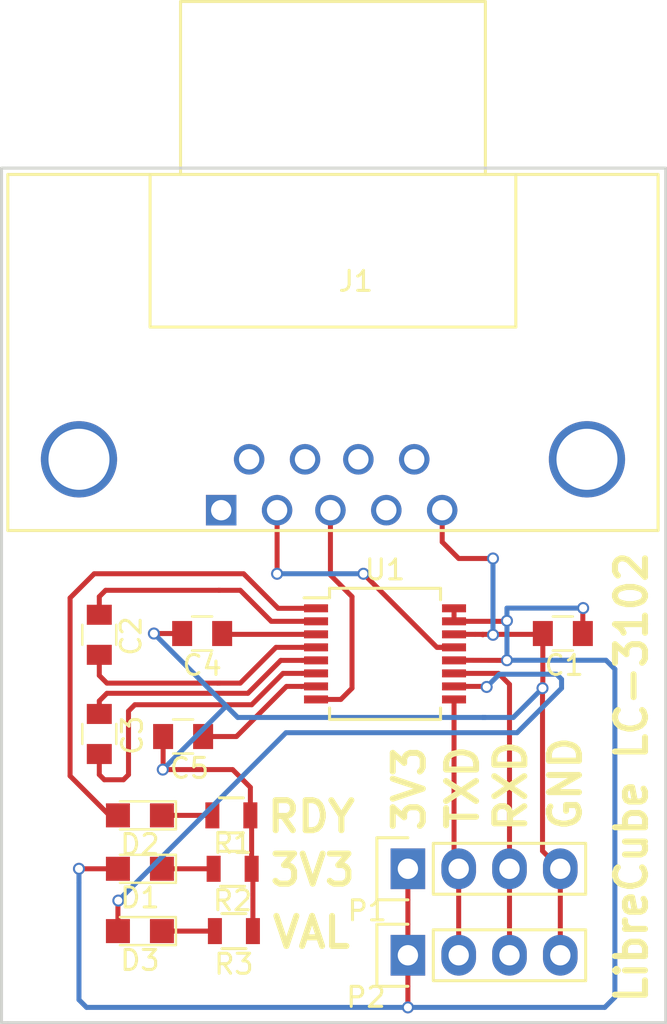
<source format=kicad_pcb>
(kicad_pcb (version 4) (host pcbnew 4.0.5)

  (general
    (links 32)
    (no_connects 0)
    (area 132.576499 63.297999 165.937001 106.120001)
    (thickness 1.6)
    (drawings 14)
    (tracks 152)
    (zones 0)
    (modules 15)
    (nets 24)
  )

  (page A4)
  (layers
    (0 F.Cu signal)
    (31 B.Cu signal)
    (32 B.Adhes user)
    (33 F.Adhes user)
    (34 B.Paste user)
    (35 F.Paste user)
    (36 B.SilkS user)
    (37 F.SilkS user)
    (38 B.Mask user)
    (39 F.Mask user)
    (40 Dwgs.User user)
    (41 Cmts.User user)
    (42 Eco1.User user)
    (43 Eco2.User user)
    (44 Edge.Cuts user)
    (45 Margin user)
    (46 B.CrtYd user)
    (47 F.CrtYd user)
    (48 B.Fab user)
    (49 F.Fab user)
  )

  (setup
    (last_trace_width 0.25)
    (trace_clearance 0.2)
    (zone_clearance 0.508)
    (zone_45_only no)
    (trace_min 0.2)
    (segment_width 0.2)
    (edge_width 0.15)
    (via_size 0.6)
    (via_drill 0.4)
    (via_min_size 0.4)
    (via_min_drill 0.3)
    (uvia_size 0.3)
    (uvia_drill 0.1)
    (uvias_allowed no)
    (uvia_min_size 0.2)
    (uvia_min_drill 0.1)
    (pcb_text_width 0.3)
    (pcb_text_size 1.5 1.5)
    (mod_edge_width 0.15)
    (mod_text_size 1 1)
    (mod_text_width 0.15)
    (pad_size 1.524 1.524)
    (pad_drill 0.762)
    (pad_to_mask_clearance 0.2)
    (aux_axis_origin 0 0)
    (visible_elements 7FFFFFFF)
    (pcbplotparams
      (layerselection 0x00030_80000001)
      (usegerberextensions false)
      (excludeedgelayer true)
      (linewidth 0.100000)
      (plotframeref false)
      (viasonmask false)
      (mode 1)
      (useauxorigin false)
      (hpglpennumber 1)
      (hpglpenspeed 20)
      (hpglpendiameter 15)
      (hpglpenoverlay 2)
      (psnegative false)
      (psa4output false)
      (plotreference true)
      (plotvalue true)
      (plotinvisibletext false)
      (padsonsilk false)
      (subtractmaskfromsilk false)
      (outputformat 1)
      (mirror false)
      (drillshape 1)
      (scaleselection 1)
      (outputdirectory ""))
  )

  (net 0 "")
  (net 1 +3V3)
  (net 2 GND)
  (net 3 "Net-(C2-Pad1)")
  (net 4 "Net-(C2-Pad2)")
  (net 5 "Net-(C3-Pad1)")
  (net 6 "Net-(C3-Pad2)")
  (net 7 "Net-(C4-Pad1)")
  (net 8 "Net-(C5-Pad1)")
  (net 9 "Net-(D1-Pad1)")
  (net 10 "Net-(D2-Pad2)")
  (net 11 "Net-(D2-Pad1)")
  (net 12 "Net-(D3-Pad2)")
  (net 13 "Net-(D3-Pad1)")
  (net 14 "Net-(J1-Pad1)")
  (net 15 RXD_TTL)
  (net 16 TXD_TTL)
  (net 17 "Net-(J1-Pad4)")
  (net 18 "Net-(J1-Pad6)")
  (net 19 "Net-(J1-Pad7)")
  (net 20 "Net-(J1-Pad8)")
  (net 21 "Net-(J1-Pad9)")
  (net 22 TXD)
  (net 23 RXD)

  (net_class Default "Dies ist die voreingestellte Netzklasse."
    (clearance 0.2)
    (trace_width 0.25)
    (via_dia 0.6)
    (via_drill 0.4)
    (uvia_dia 0.3)
    (uvia_drill 0.1)
    (add_net +3V3)
    (add_net GND)
    (add_net "Net-(C2-Pad1)")
    (add_net "Net-(C2-Pad2)")
    (add_net "Net-(C3-Pad1)")
    (add_net "Net-(C3-Pad2)")
    (add_net "Net-(C4-Pad1)")
    (add_net "Net-(C5-Pad1)")
    (add_net "Net-(D1-Pad1)")
    (add_net "Net-(D2-Pad1)")
    (add_net "Net-(D2-Pad2)")
    (add_net "Net-(D3-Pad1)")
    (add_net "Net-(D3-Pad2)")
    (add_net "Net-(J1-Pad1)")
    (add_net "Net-(J1-Pad4)")
    (add_net "Net-(J1-Pad6)")
    (add_net "Net-(J1-Pad7)")
    (add_net "Net-(J1-Pad8)")
    (add_net "Net-(J1-Pad9)")
    (add_net RXD)
    (add_net RXD_TTL)
    (add_net TXD)
    (add_net TXD_TTL)
  )

  (module Capacitors_SMD:C_0805 (layer F.Cu) (tedit 587A63B0) (tstamp 587A33DD)
    (at 160.7185 86.614 180)
    (descr "Capacitor SMD 0805, reflow soldering, AVX (see smccp.pdf)")
    (tags "capacitor 0805")
    (path /58762CC8)
    (attr smd)
    (fp_text reference C1 (at -0.0635 -1.5875 180) (layer F.SilkS)
      (effects (font (size 1 1) (thickness 0.15)))
    )
    (fp_text value 0.1uF (at 0 2.1 180) (layer F.Fab)
      (effects (font (size 1 1) (thickness 0.15)))
    )
    (fp_line (start -1 0.625) (end -1 -0.625) (layer F.Fab) (width 0.1))
    (fp_line (start 1 0.625) (end -1 0.625) (layer F.Fab) (width 0.1))
    (fp_line (start 1 -0.625) (end 1 0.625) (layer F.Fab) (width 0.1))
    (fp_line (start -1 -0.625) (end 1 -0.625) (layer F.Fab) (width 0.1))
    (fp_line (start -1.8 -1) (end 1.8 -1) (layer F.CrtYd) (width 0.05))
    (fp_line (start -1.8 1) (end 1.8 1) (layer F.CrtYd) (width 0.05))
    (fp_line (start -1.8 -1) (end -1.8 1) (layer F.CrtYd) (width 0.05))
    (fp_line (start 1.8 -1) (end 1.8 1) (layer F.CrtYd) (width 0.05))
    (fp_line (start 0.5 -0.85) (end -0.5 -0.85) (layer F.SilkS) (width 0.12))
    (fp_line (start -0.5 0.85) (end 0.5 0.85) (layer F.SilkS) (width 0.12))
    (pad 1 smd rect (at -1 0 180) (size 1 1.25) (layers F.Cu F.Paste F.Mask)
      (net 1 +3V3))
    (pad 2 smd rect (at 1 0 180) (size 1 1.25) (layers F.Cu F.Paste F.Mask)
      (net 2 GND))
    (model Capacitors_SMD.3dshapes/C_0805.wrl
      (at (xyz 0 0 0))
      (scale (xyz 1 1 1))
      (rotate (xyz 0 0 0))
    )
  )

  (module Capacitors_SMD:C_0805 (layer F.Cu) (tedit 587A63A8) (tstamp 587A33E3)
    (at 137.541 86.6775 270)
    (descr "Capacitor SMD 0805, reflow soldering, AVX (see smccp.pdf)")
    (tags "capacitor 0805")
    (path /58762F3C)
    (attr smd)
    (fp_text reference C2 (at 0.0635 -1.5875 270) (layer F.SilkS)
      (effects (font (size 1 1) (thickness 0.15)))
    )
    (fp_text value 0.1uF (at 0 2.1 270) (layer F.Fab)
      (effects (font (size 1 1) (thickness 0.15)))
    )
    (fp_line (start -1 0.625) (end -1 -0.625) (layer F.Fab) (width 0.1))
    (fp_line (start 1 0.625) (end -1 0.625) (layer F.Fab) (width 0.1))
    (fp_line (start 1 -0.625) (end 1 0.625) (layer F.Fab) (width 0.1))
    (fp_line (start -1 -0.625) (end 1 -0.625) (layer F.Fab) (width 0.1))
    (fp_line (start -1.8 -1) (end 1.8 -1) (layer F.CrtYd) (width 0.05))
    (fp_line (start -1.8 1) (end 1.8 1) (layer F.CrtYd) (width 0.05))
    (fp_line (start -1.8 -1) (end -1.8 1) (layer F.CrtYd) (width 0.05))
    (fp_line (start 1.8 -1) (end 1.8 1) (layer F.CrtYd) (width 0.05))
    (fp_line (start 0.5 -0.85) (end -0.5 -0.85) (layer F.SilkS) (width 0.12))
    (fp_line (start -0.5 0.85) (end 0.5 0.85) (layer F.SilkS) (width 0.12))
    (pad 1 smd rect (at -1 0 270) (size 1 1.25) (layers F.Cu F.Paste F.Mask)
      (net 3 "Net-(C2-Pad1)"))
    (pad 2 smd rect (at 1 0 270) (size 1 1.25) (layers F.Cu F.Paste F.Mask)
      (net 4 "Net-(C2-Pad2)"))
    (model Capacitors_SMD.3dshapes/C_0805.wrl
      (at (xyz 0 0 0))
      (scale (xyz 1 1 1))
      (rotate (xyz 0 0 0))
    )
  )

  (module Capacitors_SMD:C_0805 (layer F.Cu) (tedit 587A63D6) (tstamp 587A33E9)
    (at 137.541 91.6305 270)
    (descr "Capacitor SMD 0805, reflow soldering, AVX (see smccp.pdf)")
    (tags "capacitor 0805")
    (path /58763047)
    (attr smd)
    (fp_text reference C3 (at 0.0635 -1.651 270) (layer F.SilkS)
      (effects (font (size 1 1) (thickness 0.15)))
    )
    (fp_text value 0.1uF (at 0 2.1 270) (layer F.Fab)
      (effects (font (size 1 1) (thickness 0.15)))
    )
    (fp_line (start -1 0.625) (end -1 -0.625) (layer F.Fab) (width 0.1))
    (fp_line (start 1 0.625) (end -1 0.625) (layer F.Fab) (width 0.1))
    (fp_line (start 1 -0.625) (end 1 0.625) (layer F.Fab) (width 0.1))
    (fp_line (start -1 -0.625) (end 1 -0.625) (layer F.Fab) (width 0.1))
    (fp_line (start -1.8 -1) (end 1.8 -1) (layer F.CrtYd) (width 0.05))
    (fp_line (start -1.8 1) (end 1.8 1) (layer F.CrtYd) (width 0.05))
    (fp_line (start -1.8 -1) (end -1.8 1) (layer F.CrtYd) (width 0.05))
    (fp_line (start 1.8 -1) (end 1.8 1) (layer F.CrtYd) (width 0.05))
    (fp_line (start 0.5 -0.85) (end -0.5 -0.85) (layer F.SilkS) (width 0.12))
    (fp_line (start -0.5 0.85) (end 0.5 0.85) (layer F.SilkS) (width 0.12))
    (pad 1 smd rect (at -1 0 270) (size 1 1.25) (layers F.Cu F.Paste F.Mask)
      (net 5 "Net-(C3-Pad1)"))
    (pad 2 smd rect (at 1 0 270) (size 1 1.25) (layers F.Cu F.Paste F.Mask)
      (net 6 "Net-(C3-Pad2)"))
    (model Capacitors_SMD.3dshapes/C_0805.wrl
      (at (xyz 0 0 0))
      (scale (xyz 1 1 1))
      (rotate (xyz 0 0 0))
    )
  )

  (module Capacitors_SMD:C_0805 (layer F.Cu) (tedit 587A63A5) (tstamp 587A33EF)
    (at 142.6845 86.614 180)
    (descr "Capacitor SMD 0805, reflow soldering, AVX (see smccp.pdf)")
    (tags "capacitor 0805")
    (path /5876307C)
    (attr smd)
    (fp_text reference C4 (at 0 -1.5875 180) (layer F.SilkS)
      (effects (font (size 1 1) (thickness 0.15)))
    )
    (fp_text value 0.1uF (at 0 2.1 180) (layer F.Fab)
      (effects (font (size 1 1) (thickness 0.15)))
    )
    (fp_line (start -1 0.625) (end -1 -0.625) (layer F.Fab) (width 0.1))
    (fp_line (start 1 0.625) (end -1 0.625) (layer F.Fab) (width 0.1))
    (fp_line (start 1 -0.625) (end 1 0.625) (layer F.Fab) (width 0.1))
    (fp_line (start -1 -0.625) (end 1 -0.625) (layer F.Fab) (width 0.1))
    (fp_line (start -1.8 -1) (end 1.8 -1) (layer F.CrtYd) (width 0.05))
    (fp_line (start -1.8 1) (end 1.8 1) (layer F.CrtYd) (width 0.05))
    (fp_line (start -1.8 -1) (end -1.8 1) (layer F.CrtYd) (width 0.05))
    (fp_line (start 1.8 -1) (end 1.8 1) (layer F.CrtYd) (width 0.05))
    (fp_line (start 0.5 -0.85) (end -0.5 -0.85) (layer F.SilkS) (width 0.12))
    (fp_line (start -0.5 0.85) (end 0.5 0.85) (layer F.SilkS) (width 0.12))
    (pad 1 smd rect (at -1 0 180) (size 1 1.25) (layers F.Cu F.Paste F.Mask)
      (net 7 "Net-(C4-Pad1)"))
    (pad 2 smd rect (at 1 0 180) (size 1 1.25) (layers F.Cu F.Paste F.Mask)
      (net 2 GND))
    (model Capacitors_SMD.3dshapes/C_0805.wrl
      (at (xyz 0 0 0))
      (scale (xyz 1 1 1))
      (rotate (xyz 0 0 0))
    )
  )

  (module Capacitors_SMD:C_0805 (layer F.Cu) (tedit 587A63A0) (tstamp 587A33F5)
    (at 141.732 91.7575 180)
    (descr "Capacitor SMD 0805, reflow soldering, AVX (see smccp.pdf)")
    (tags "capacitor 0805")
    (path /587630F2)
    (attr smd)
    (fp_text reference C5 (at -0.3175 -1.5875 180) (layer F.SilkS)
      (effects (font (size 1 1) (thickness 0.15)))
    )
    (fp_text value 0.1uF (at 0 2.1 180) (layer F.Fab)
      (effects (font (size 1 1) (thickness 0.15)))
    )
    (fp_line (start -1 0.625) (end -1 -0.625) (layer F.Fab) (width 0.1))
    (fp_line (start 1 0.625) (end -1 0.625) (layer F.Fab) (width 0.1))
    (fp_line (start 1 -0.625) (end 1 0.625) (layer F.Fab) (width 0.1))
    (fp_line (start -1 -0.625) (end 1 -0.625) (layer F.Fab) (width 0.1))
    (fp_line (start -1.8 -1) (end 1.8 -1) (layer F.CrtYd) (width 0.05))
    (fp_line (start -1.8 1) (end 1.8 1) (layer F.CrtYd) (width 0.05))
    (fp_line (start -1.8 -1) (end -1.8 1) (layer F.CrtYd) (width 0.05))
    (fp_line (start 1.8 -1) (end 1.8 1) (layer F.CrtYd) (width 0.05))
    (fp_line (start 0.5 -0.85) (end -0.5 -0.85) (layer F.SilkS) (width 0.12))
    (fp_line (start -0.5 0.85) (end 0.5 0.85) (layer F.SilkS) (width 0.12))
    (pad 1 smd rect (at -1 0 180) (size 1 1.25) (layers F.Cu F.Paste F.Mask)
      (net 8 "Net-(C5-Pad1)"))
    (pad 2 smd rect (at 1 0 180) (size 1 1.25) (layers F.Cu F.Paste F.Mask)
      (net 2 GND))
    (model Capacitors_SMD.3dshapes/C_0805.wrl
      (at (xyz 0 0 0))
      (scale (xyz 1 1 1))
      (rotate (xyz 0 0 0))
    )
  )

  (module LEDs:LED_0805 (layer F.Cu) (tedit 57FE93EC) (tstamp 587A33FB)
    (at 139.573 98.3615 180)
    (descr "LED 0805 smd package")
    (tags "LED led 0805 SMD smd SMT smt smdled SMDLED smtled SMTLED")
    (path /58762BED)
    (attr smd)
    (fp_text reference D1 (at 0 -1.45 180) (layer F.SilkS)
      (effects (font (size 1 1) (thickness 0.15)))
    )
    (fp_text value LED_Small (at 0 1.55 180) (layer F.Fab)
      (effects (font (size 1 1) (thickness 0.15)))
    )
    (fp_line (start -1.8 -0.7) (end -1.8 0.7) (layer F.SilkS) (width 0.12))
    (fp_line (start -0.4 -0.4) (end -0.4 0.4) (layer F.Fab) (width 0.1))
    (fp_line (start -0.4 0) (end 0.2 -0.4) (layer F.Fab) (width 0.1))
    (fp_line (start 0.2 0.4) (end -0.4 0) (layer F.Fab) (width 0.1))
    (fp_line (start 0.2 -0.4) (end 0.2 0.4) (layer F.Fab) (width 0.1))
    (fp_line (start 1 0.6) (end -1 0.6) (layer F.Fab) (width 0.1))
    (fp_line (start 1 -0.6) (end 1 0.6) (layer F.Fab) (width 0.1))
    (fp_line (start -1 -0.6) (end 1 -0.6) (layer F.Fab) (width 0.1))
    (fp_line (start -1 0.6) (end -1 -0.6) (layer F.Fab) (width 0.1))
    (fp_line (start -1.8 0.7) (end 1 0.7) (layer F.SilkS) (width 0.12))
    (fp_line (start -1.8 -0.7) (end 1 -0.7) (layer F.SilkS) (width 0.12))
    (fp_line (start 1.95 -0.85) (end 1.95 0.85) (layer F.CrtYd) (width 0.05))
    (fp_line (start 1.95 0.85) (end -1.95 0.85) (layer F.CrtYd) (width 0.05))
    (fp_line (start -1.95 0.85) (end -1.95 -0.85) (layer F.CrtYd) (width 0.05))
    (fp_line (start -1.95 -0.85) (end 1.95 -0.85) (layer F.CrtYd) (width 0.05))
    (pad 2 smd rect (at 1.1 0) (size 1.2 1.2) (layers F.Cu F.Paste F.Mask)
      (net 1 +3V3))
    (pad 1 smd rect (at -1.1 0) (size 1.2 1.2) (layers F.Cu F.Paste F.Mask)
      (net 9 "Net-(D1-Pad1)"))
    (model LEDs.3dshapes/LED_0805.wrl
      (at (xyz 0 0 0))
      (scale (xyz 1 1 1))
      (rotate (xyz 0 0 180))
    )
  )

  (module LEDs:LED_0805 (layer F.Cu) (tedit 57FE93EC) (tstamp 587A3401)
    (at 139.573 95.6945 180)
    (descr "LED 0805 smd package")
    (tags "LED led 0805 SMD smd SMT smt smdled SMDLED smtled SMTLED")
    (path /58787073)
    (attr smd)
    (fp_text reference D2 (at 0 -1.45 180) (layer F.SilkS)
      (effects (font (size 1 1) (thickness 0.15)))
    )
    (fp_text value LED_Small (at 0 1.55 180) (layer F.Fab)
      (effects (font (size 1 1) (thickness 0.15)))
    )
    (fp_line (start -1.8 -0.7) (end -1.8 0.7) (layer F.SilkS) (width 0.12))
    (fp_line (start -0.4 -0.4) (end -0.4 0.4) (layer F.Fab) (width 0.1))
    (fp_line (start -0.4 0) (end 0.2 -0.4) (layer F.Fab) (width 0.1))
    (fp_line (start 0.2 0.4) (end -0.4 0) (layer F.Fab) (width 0.1))
    (fp_line (start 0.2 -0.4) (end 0.2 0.4) (layer F.Fab) (width 0.1))
    (fp_line (start 1 0.6) (end -1 0.6) (layer F.Fab) (width 0.1))
    (fp_line (start 1 -0.6) (end 1 0.6) (layer F.Fab) (width 0.1))
    (fp_line (start -1 -0.6) (end 1 -0.6) (layer F.Fab) (width 0.1))
    (fp_line (start -1 0.6) (end -1 -0.6) (layer F.Fab) (width 0.1))
    (fp_line (start -1.8 0.7) (end 1 0.7) (layer F.SilkS) (width 0.12))
    (fp_line (start -1.8 -0.7) (end 1 -0.7) (layer F.SilkS) (width 0.12))
    (fp_line (start 1.95 -0.85) (end 1.95 0.85) (layer F.CrtYd) (width 0.05))
    (fp_line (start 1.95 0.85) (end -1.95 0.85) (layer F.CrtYd) (width 0.05))
    (fp_line (start -1.95 0.85) (end -1.95 -0.85) (layer F.CrtYd) (width 0.05))
    (fp_line (start -1.95 -0.85) (end 1.95 -0.85) (layer F.CrtYd) (width 0.05))
    (pad 2 smd rect (at 1.1 0) (size 1.2 1.2) (layers F.Cu F.Paste F.Mask)
      (net 10 "Net-(D2-Pad2)"))
    (pad 1 smd rect (at -1.1 0) (size 1.2 1.2) (layers F.Cu F.Paste F.Mask)
      (net 11 "Net-(D2-Pad1)"))
    (model LEDs.3dshapes/LED_0805.wrl
      (at (xyz 0 0 0))
      (scale (xyz 1 1 1))
      (rotate (xyz 0 0 180))
    )
  )

  (module LEDs:LED_0805 (layer F.Cu) (tedit 587A6382) (tstamp 587A3407)
    (at 139.573 101.473 180)
    (descr "LED 0805 smd package")
    (tags "LED led 0805 SMD smd SMT smt smdled SMDLED smtled SMTLED")
    (path /5878D049)
    (attr smd)
    (fp_text reference D3 (at 0 -1.4605 180) (layer F.SilkS)
      (effects (font (size 1 1) (thickness 0.15)))
    )
    (fp_text value LED_Small (at 0 1.55 180) (layer F.Fab)
      (effects (font (size 1 1) (thickness 0.15)))
    )
    (fp_line (start -1.8 -0.7) (end -1.8 0.7) (layer F.SilkS) (width 0.12))
    (fp_line (start -0.4 -0.4) (end -0.4 0.4) (layer F.Fab) (width 0.1))
    (fp_line (start -0.4 0) (end 0.2 -0.4) (layer F.Fab) (width 0.1))
    (fp_line (start 0.2 0.4) (end -0.4 0) (layer F.Fab) (width 0.1))
    (fp_line (start 0.2 -0.4) (end 0.2 0.4) (layer F.Fab) (width 0.1))
    (fp_line (start 1 0.6) (end -1 0.6) (layer F.Fab) (width 0.1))
    (fp_line (start 1 -0.6) (end 1 0.6) (layer F.Fab) (width 0.1))
    (fp_line (start -1 -0.6) (end 1 -0.6) (layer F.Fab) (width 0.1))
    (fp_line (start -1 0.6) (end -1 -0.6) (layer F.Fab) (width 0.1))
    (fp_line (start -1.8 0.7) (end 1 0.7) (layer F.SilkS) (width 0.12))
    (fp_line (start -1.8 -0.7) (end 1 -0.7) (layer F.SilkS) (width 0.12))
    (fp_line (start 1.95 -0.85) (end 1.95 0.85) (layer F.CrtYd) (width 0.05))
    (fp_line (start 1.95 0.85) (end -1.95 0.85) (layer F.CrtYd) (width 0.05))
    (fp_line (start -1.95 0.85) (end -1.95 -0.85) (layer F.CrtYd) (width 0.05))
    (fp_line (start -1.95 -0.85) (end 1.95 -0.85) (layer F.CrtYd) (width 0.05))
    (pad 2 smd rect (at 1.1 0) (size 1.2 1.2) (layers F.Cu F.Paste F.Mask)
      (net 12 "Net-(D3-Pad2)"))
    (pad 1 smd rect (at -1.1 0) (size 1.2 1.2) (layers F.Cu F.Paste F.Mask)
      (net 13 "Net-(D3-Pad1)"))
    (model LEDs.3dshapes/LED_0805.wrl
      (at (xyz 0 0 0))
      (scale (xyz 1 1 1))
      (rotate (xyz 0 0 180))
    )
  )

  (module Connectors:DB9FC (layer F.Cu) (tedit 0) (tstamp 587A3416)
    (at 149.098 79.1845)
    (descr "Connecteur DB9 femelle couche")
    (tags "CONN DB9")
    (path /58762A17)
    (fp_text reference J1 (at 1.27 -10.16) (layer F.SilkS)
      (effects (font (size 1 1) (thickness 0.15)))
    )
    (fp_text value DB9 (at 1.27 -3.81) (layer F.Fab)
      (effects (font (size 1 1) (thickness 0.15)))
    )
    (fp_line (start -16.129 2.286) (end 16.383 2.286) (layer F.SilkS) (width 0.15))
    (fp_line (start 16.383 2.286) (end 16.383 -15.494) (layer F.SilkS) (width 0.15))
    (fp_line (start 16.383 -15.494) (end -16.129 -15.494) (layer F.SilkS) (width 0.15))
    (fp_line (start -16.129 -15.494) (end -16.129 2.286) (layer F.SilkS) (width 0.15))
    (fp_line (start -9.017 -15.494) (end -9.017 -7.874) (layer F.SilkS) (width 0.15))
    (fp_line (start -9.017 -7.874) (end 9.271 -7.874) (layer F.SilkS) (width 0.15))
    (fp_line (start 9.271 -7.874) (end 9.271 -15.494) (layer F.SilkS) (width 0.15))
    (fp_line (start -7.493 -15.494) (end -7.493 -24.13) (layer F.SilkS) (width 0.15))
    (fp_line (start -7.493 -24.13) (end 7.747 -24.13) (layer F.SilkS) (width 0.15))
    (fp_line (start 7.747 -24.13) (end 7.747 -15.494) (layer F.SilkS) (width 0.15))
    (pad "" thru_hole circle (at 12.827 -1.27) (size 3.81 3.81) (drill 3.048) (layers *.Cu *.Mask))
    (pad "" thru_hole circle (at -12.573 -1.27) (size 3.81 3.81) (drill 3.048) (layers *.Cu *.Mask))
    (pad 1 thru_hole rect (at -5.461 1.27) (size 1.524 1.524) (drill 1.016) (layers *.Cu *.Mask)
      (net 14 "Net-(J1-Pad1)"))
    (pad 2 thru_hole circle (at -2.667 1.27) (size 1.524 1.524) (drill 1.016) (layers *.Cu *.Mask)
      (net 15 RXD_TTL))
    (pad 3 thru_hole circle (at 0 1.27) (size 1.524 1.524) (drill 1.016) (layers *.Cu *.Mask)
      (net 16 TXD_TTL))
    (pad 4 thru_hole circle (at 2.794 1.27) (size 1.524 1.524) (drill 1.016) (layers *.Cu *.Mask)
      (net 17 "Net-(J1-Pad4)"))
    (pad 5 thru_hole circle (at 5.588 1.27) (size 1.524 1.524) (drill 1.016) (layers *.Cu *.Mask)
      (net 2 GND))
    (pad 6 thru_hole circle (at -4.064 -1.27) (size 1.524 1.524) (drill 1.016) (layers *.Cu *.Mask)
      (net 18 "Net-(J1-Pad6)"))
    (pad 7 thru_hole circle (at -1.27 -1.27) (size 1.524 1.524) (drill 1.016) (layers *.Cu *.Mask)
      (net 19 "Net-(J1-Pad7)"))
    (pad 8 thru_hole circle (at 1.397 -1.27) (size 1.524 1.524) (drill 1.016) (layers *.Cu *.Mask)
      (net 20 "Net-(J1-Pad8)"))
    (pad 9 thru_hole circle (at 4.191 -1.27) (size 1.524 1.524) (drill 1.016) (layers *.Cu *.Mask)
      (net 21 "Net-(J1-Pad9)"))
    (model Connect.3dshapes/DB9FC.wrl
      (at (xyz 0 0 0))
      (scale (xyz 1 1 1))
      (rotate (xyz 0 0 0))
    )
  )

  (module Socket_Strips:Socket_Strip_Straight_1x04 (layer F.Cu) (tedit 587A63FE) (tstamp 587A341E)
    (at 152.9715 102.6795)
    (descr "Through hole socket strip")
    (tags "socket strip")
    (path /58763170)
    (fp_text reference P1 (at -2.032 -2.2225) (layer F.SilkS)
      (effects (font (size 1 1) (thickness 0.15)))
    )
    (fp_text value CONN_01X04 (at 0 -3.1) (layer F.Fab)
      (effects (font (size 1 1) (thickness 0.15)))
    )
    (fp_line (start -1.75 -1.75) (end -1.75 1.75) (layer F.CrtYd) (width 0.05))
    (fp_line (start 9.4 -1.75) (end 9.4 1.75) (layer F.CrtYd) (width 0.05))
    (fp_line (start -1.75 -1.75) (end 9.4 -1.75) (layer F.CrtYd) (width 0.05))
    (fp_line (start -1.75 1.75) (end 9.4 1.75) (layer F.CrtYd) (width 0.05))
    (fp_line (start 1.27 -1.27) (end 8.89 -1.27) (layer F.SilkS) (width 0.15))
    (fp_line (start 1.27 1.27) (end 8.89 1.27) (layer F.SilkS) (width 0.15))
    (fp_line (start -1.55 1.55) (end 0 1.55) (layer F.SilkS) (width 0.15))
    (fp_line (start 8.89 -1.27) (end 8.89 1.27) (layer F.SilkS) (width 0.15))
    (fp_line (start 1.27 1.27) (end 1.27 -1.27) (layer F.SilkS) (width 0.15))
    (fp_line (start 0 -1.55) (end -1.55 -1.55) (layer F.SilkS) (width 0.15))
    (fp_line (start -1.55 -1.55) (end -1.55 1.55) (layer F.SilkS) (width 0.15))
    (pad 1 thru_hole rect (at 0 0) (size 1.7272 2.032) (drill 1.016) (layers *.Cu *.Mask)
      (net 1 +3V3))
    (pad 2 thru_hole oval (at 2.54 0) (size 1.7272 2.032) (drill 1.016) (layers *.Cu *.Mask)
      (net 22 TXD))
    (pad 3 thru_hole oval (at 5.08 0) (size 1.7272 2.032) (drill 1.016) (layers *.Cu *.Mask)
      (net 23 RXD))
    (pad 4 thru_hole oval (at 7.62 0) (size 1.7272 2.032) (drill 1.016) (layers *.Cu *.Mask)
      (net 2 GND))
    (model Socket_Strips.3dshapes/Socket_Strip_Straight_1x04.wrl
      (at (xyz 0.15 0 0))
      (scale (xyz 1 1 1))
      (rotate (xyz 0 0 180))
    )
  )

  (module Socket_Strips:Socket_Strip_Straight_1x04 (layer F.Cu) (tedit 587A6402) (tstamp 587A3426)
    (at 152.9715 98.3615)
    (descr "Through hole socket strip")
    (tags "socket strip")
    (path /5877C25C)
    (fp_text reference P2 (at -2.0955 6.4135) (layer F.SilkS)
      (effects (font (size 1 1) (thickness 0.15)))
    )
    (fp_text value CONN_01X04 (at 0 -3.1) (layer F.Fab)
      (effects (font (size 1 1) (thickness 0.15)))
    )
    (fp_line (start -1.75 -1.75) (end -1.75 1.75) (layer F.CrtYd) (width 0.05))
    (fp_line (start 9.4 -1.75) (end 9.4 1.75) (layer F.CrtYd) (width 0.05))
    (fp_line (start -1.75 -1.75) (end 9.4 -1.75) (layer F.CrtYd) (width 0.05))
    (fp_line (start -1.75 1.75) (end 9.4 1.75) (layer F.CrtYd) (width 0.05))
    (fp_line (start 1.27 -1.27) (end 8.89 -1.27) (layer F.SilkS) (width 0.15))
    (fp_line (start 1.27 1.27) (end 8.89 1.27) (layer F.SilkS) (width 0.15))
    (fp_line (start -1.55 1.55) (end 0 1.55) (layer F.SilkS) (width 0.15))
    (fp_line (start 8.89 -1.27) (end 8.89 1.27) (layer F.SilkS) (width 0.15))
    (fp_line (start 1.27 1.27) (end 1.27 -1.27) (layer F.SilkS) (width 0.15))
    (fp_line (start 0 -1.55) (end -1.55 -1.55) (layer F.SilkS) (width 0.15))
    (fp_line (start -1.55 -1.55) (end -1.55 1.55) (layer F.SilkS) (width 0.15))
    (pad 1 thru_hole rect (at 0 0) (size 1.7272 2.032) (drill 1.016) (layers *.Cu *.Mask)
      (net 1 +3V3))
    (pad 2 thru_hole oval (at 2.54 0) (size 1.7272 2.032) (drill 1.016) (layers *.Cu *.Mask)
      (net 22 TXD))
    (pad 3 thru_hole oval (at 5.08 0) (size 1.7272 2.032) (drill 1.016) (layers *.Cu *.Mask)
      (net 23 RXD))
    (pad 4 thru_hole oval (at 7.62 0) (size 1.7272 2.032) (drill 1.016) (layers *.Cu *.Mask)
      (net 2 GND))
    (model Socket_Strips.3dshapes/Socket_Strip_Straight_1x04.wrl
      (at (xyz 0.15 0 0))
      (scale (xyz 1 1 1))
      (rotate (xyz 0 0 180))
    )
  )

  (module Resistors_SMD:R_0805 (layer F.Cu) (tedit 587A6397) (tstamp 587A342C)
    (at 144.2085 98.3615)
    (descr "Resistor SMD 0805, reflow soldering, Vishay (see dcrcw.pdf)")
    (tags "resistor 0805")
    (path /587631B5)
    (attr smd)
    (fp_text reference R1 (at 0 -1.27) (layer F.SilkS)
      (effects (font (size 1 1) (thickness 0.15)))
    )
    (fp_text value 1.5k (at 0 2.1) (layer F.Fab)
      (effects (font (size 1 1) (thickness 0.15)))
    )
    (fp_line (start -1 0.625) (end -1 -0.625) (layer F.Fab) (width 0.1))
    (fp_line (start 1 0.625) (end -1 0.625) (layer F.Fab) (width 0.1))
    (fp_line (start 1 -0.625) (end 1 0.625) (layer F.Fab) (width 0.1))
    (fp_line (start -1 -0.625) (end 1 -0.625) (layer F.Fab) (width 0.1))
    (fp_line (start -1.6 -1) (end 1.6 -1) (layer F.CrtYd) (width 0.05))
    (fp_line (start -1.6 1) (end 1.6 1) (layer F.CrtYd) (width 0.05))
    (fp_line (start -1.6 -1) (end -1.6 1) (layer F.CrtYd) (width 0.05))
    (fp_line (start 1.6 -1) (end 1.6 1) (layer F.CrtYd) (width 0.05))
    (fp_line (start 0.6 0.875) (end -0.6 0.875) (layer F.SilkS) (width 0.15))
    (fp_line (start -0.6 -0.875) (end 0.6 -0.875) (layer F.SilkS) (width 0.15))
    (pad 1 smd rect (at -0.95 0) (size 0.7 1.3) (layers F.Cu F.Paste F.Mask)
      (net 9 "Net-(D1-Pad1)"))
    (pad 2 smd rect (at 0.95 0) (size 0.7 1.3) (layers F.Cu F.Paste F.Mask)
      (net 2 GND))
    (model Resistors_SMD.3dshapes/R_0805.wrl
      (at (xyz 0 0 0))
      (scale (xyz 1 1 1))
      (rotate (xyz 0 0 0))
    )
  )

  (module Resistors_SMD:R_0805 (layer F.Cu) (tedit 587A638B) (tstamp 587A3432)
    (at 144.145 95.6945 180)
    (descr "Resistor SMD 0805, reflow soldering, Vishay (see dcrcw.pdf)")
    (tags "resistor 0805")
    (path /5878729C)
    (attr smd)
    (fp_text reference R2 (at -0.0635 -4.2545 180) (layer F.SilkS)
      (effects (font (size 1 1) (thickness 0.15)))
    )
    (fp_text value 1.5k (at 0 2.1 180) (layer F.Fab)
      (effects (font (size 1 1) (thickness 0.15)))
    )
    (fp_line (start -1 0.625) (end -1 -0.625) (layer F.Fab) (width 0.1))
    (fp_line (start 1 0.625) (end -1 0.625) (layer F.Fab) (width 0.1))
    (fp_line (start 1 -0.625) (end 1 0.625) (layer F.Fab) (width 0.1))
    (fp_line (start -1 -0.625) (end 1 -0.625) (layer F.Fab) (width 0.1))
    (fp_line (start -1.6 -1) (end 1.6 -1) (layer F.CrtYd) (width 0.05))
    (fp_line (start -1.6 1) (end 1.6 1) (layer F.CrtYd) (width 0.05))
    (fp_line (start -1.6 -1) (end -1.6 1) (layer F.CrtYd) (width 0.05))
    (fp_line (start 1.6 -1) (end 1.6 1) (layer F.CrtYd) (width 0.05))
    (fp_line (start 0.6 0.875) (end -0.6 0.875) (layer F.SilkS) (width 0.15))
    (fp_line (start -0.6 -0.875) (end 0.6 -0.875) (layer F.SilkS) (width 0.15))
    (pad 1 smd rect (at -0.95 0 180) (size 0.7 1.3) (layers F.Cu F.Paste F.Mask)
      (net 2 GND))
    (pad 2 smd rect (at 0.95 0 180) (size 0.7 1.3) (layers F.Cu F.Paste F.Mask)
      (net 11 "Net-(D2-Pad1)"))
    (model Resistors_SMD.3dshapes/R_0805.wrl
      (at (xyz 0 0 0))
      (scale (xyz 1 1 1))
      (rotate (xyz 0 0 0))
    )
  )

  (module Resistors_SMD:R_0805 (layer F.Cu) (tedit 587A6386) (tstamp 587A3438)
    (at 144.272 101.473)
    (descr "Resistor SMD 0805, reflow soldering, Vishay (see dcrcw.pdf)")
    (tags "resistor 0805")
    (path /5878D0A0)
    (attr smd)
    (fp_text reference R3 (at 0 1.651) (layer F.SilkS)
      (effects (font (size 1 1) (thickness 0.15)))
    )
    (fp_text value 1.5k (at 0 2.1) (layer F.Fab)
      (effects (font (size 1 1) (thickness 0.15)))
    )
    (fp_line (start -1 0.625) (end -1 -0.625) (layer F.Fab) (width 0.1))
    (fp_line (start 1 0.625) (end -1 0.625) (layer F.Fab) (width 0.1))
    (fp_line (start 1 -0.625) (end 1 0.625) (layer F.Fab) (width 0.1))
    (fp_line (start -1 -0.625) (end 1 -0.625) (layer F.Fab) (width 0.1))
    (fp_line (start -1.6 -1) (end 1.6 -1) (layer F.CrtYd) (width 0.05))
    (fp_line (start -1.6 1) (end 1.6 1) (layer F.CrtYd) (width 0.05))
    (fp_line (start -1.6 -1) (end -1.6 1) (layer F.CrtYd) (width 0.05))
    (fp_line (start 1.6 -1) (end 1.6 1) (layer F.CrtYd) (width 0.05))
    (fp_line (start 0.6 0.875) (end -0.6 0.875) (layer F.SilkS) (width 0.15))
    (fp_line (start -0.6 -0.875) (end 0.6 -0.875) (layer F.SilkS) (width 0.15))
    (pad 1 smd rect (at -0.95 0) (size 0.7 1.3) (layers F.Cu F.Paste F.Mask)
      (net 13 "Net-(D3-Pad1)"))
    (pad 2 smd rect (at 0.95 0) (size 0.7 1.3) (layers F.Cu F.Paste F.Mask)
      (net 2 GND))
    (model Resistors_SMD.3dshapes/R_0805.wrl
      (at (xyz 0 0 0))
      (scale (xyz 1 1 1))
      (rotate (xyz 0 0 0))
    )
  )

  (module Housings_SSOP:SSOP-16_5.3x6.2mm_Pitch0.65mm (layer F.Cu) (tedit 54130A77) (tstamp 587A344C)
    (at 151.8285 87.63)
    (descr "SSOP16: plastic shrink small outline package; 16 leads; body width 5.3 mm; (see NXP SSOP-TSSOP-VSO-REFLOW.pdf and sot338-1_po.pdf)")
    (tags "SSOP 0.65")
    (path /587637A4)
    (attr smd)
    (fp_text reference U1 (at 0 -4.2) (layer F.SilkS)
      (effects (font (size 1 1) (thickness 0.15)))
    )
    (fp_text value MAX3227 (at 0 4.2) (layer F.Fab)
      (effects (font (size 1 1) (thickness 0.15)))
    )
    (fp_line (start -1.65 -3.1) (end 2.65 -3.1) (layer F.Fab) (width 0.15))
    (fp_line (start 2.65 -3.1) (end 2.65 3.1) (layer F.Fab) (width 0.15))
    (fp_line (start 2.65 3.1) (end -2.65 3.1) (layer F.Fab) (width 0.15))
    (fp_line (start -2.65 3.1) (end -2.65 -2.1) (layer F.Fab) (width 0.15))
    (fp_line (start -2.65 -2.1) (end -1.65 -3.1) (layer F.Fab) (width 0.15))
    (fp_line (start -4.3 -3.45) (end -4.3 3.45) (layer F.CrtYd) (width 0.05))
    (fp_line (start 4.3 -3.45) (end 4.3 3.45) (layer F.CrtYd) (width 0.05))
    (fp_line (start -4.3 -3.45) (end 4.3 -3.45) (layer F.CrtYd) (width 0.05))
    (fp_line (start -4.3 3.45) (end 4.3 3.45) (layer F.CrtYd) (width 0.05))
    (fp_line (start -2.775 -3.275) (end -2.775 -2.8) (layer F.SilkS) (width 0.15))
    (fp_line (start 2.775 -3.275) (end 2.775 -2.7) (layer F.SilkS) (width 0.15))
    (fp_line (start 2.775 3.275) (end 2.775 2.7) (layer F.SilkS) (width 0.15))
    (fp_line (start -2.775 3.275) (end -2.775 2.7) (layer F.SilkS) (width 0.15))
    (fp_line (start -2.775 -3.275) (end 2.775 -3.275) (layer F.SilkS) (width 0.15))
    (fp_line (start -2.775 3.275) (end 2.775 3.275) (layer F.SilkS) (width 0.15))
    (fp_line (start -2.775 -2.8) (end -4.05 -2.8) (layer F.SilkS) (width 0.15))
    (pad 1 smd rect (at -3.45 -2.275) (size 1.2 0.4) (layers F.Cu F.Paste F.Mask)
      (net 10 "Net-(D2-Pad2)"))
    (pad 2 smd rect (at -3.45 -1.625) (size 1.2 0.4) (layers F.Cu F.Paste F.Mask)
      (net 3 "Net-(C2-Pad1)"))
    (pad 3 smd rect (at -3.45 -0.975) (size 1.2 0.4) (layers F.Cu F.Paste F.Mask)
      (net 7 "Net-(C4-Pad1)"))
    (pad 4 smd rect (at -3.45 -0.325) (size 1.2 0.4) (layers F.Cu F.Paste F.Mask)
      (net 4 "Net-(C2-Pad2)"))
    (pad 5 smd rect (at -3.45 0.325) (size 1.2 0.4) (layers F.Cu F.Paste F.Mask)
      (net 5 "Net-(C3-Pad1)"))
    (pad 6 smd rect (at -3.45 0.975) (size 1.2 0.4) (layers F.Cu F.Paste F.Mask)
      (net 6 "Net-(C3-Pad2)"))
    (pad 7 smd rect (at -3.45 1.625) (size 1.2 0.4) (layers F.Cu F.Paste F.Mask)
      (net 8 "Net-(C5-Pad1)"))
    (pad 8 smd rect (at -3.45 2.275) (size 1.2 0.4) (layers F.Cu F.Paste F.Mask)
      (net 16 TXD_TTL))
    (pad 9 smd rect (at 3.45 2.275) (size 1.2 0.4) (layers F.Cu F.Paste F.Mask)
      (net 22 TXD))
    (pad 10 smd rect (at 3.45 1.625) (size 1.2 0.4) (layers F.Cu F.Paste F.Mask)
      (net 12 "Net-(D3-Pad2)"))
    (pad 11 smd rect (at 3.45 0.975) (size 1.2 0.4) (layers F.Cu F.Paste F.Mask)
      (net 23 RXD))
    (pad 12 smd rect (at 3.45 0.325) (size 1.2 0.4) (layers F.Cu F.Paste F.Mask)
      (net 1 +3V3))
    (pad 13 smd rect (at 3.45 -0.325) (size 1.2 0.4) (layers F.Cu F.Paste F.Mask)
      (net 15 RXD_TTL))
    (pad 14 smd rect (at 3.45 -0.975) (size 1.2 0.4) (layers F.Cu F.Paste F.Mask)
      (net 2 GND))
    (pad 15 smd rect (at 3.45 -1.625) (size 1.2 0.4) (layers F.Cu F.Paste F.Mask)
      (net 1 +3V3))
    (pad 16 smd rect (at 3.45 -2.275) (size 1.2 0.4) (layers F.Cu F.Paste F.Mask)
      (net 1 +3V3))
    (model Housings_SSOP.3dshapes/SSOP-16_5.3x6.2mm_Pitch0.65mm.wrl
      (at (xyz 0 0 0))
      (scale (xyz 1 1 1))
      (rotate (xyz 0 0 0))
    )
  )

  (gr_text VAL (at 148.1455 101.5365) (layer F.SilkS)
    (effects (font (size 1.5 1.5) (thickness 0.3)))
  )
  (gr_text 3V3 (at 148.209 98.425) (layer F.SilkS)
    (effects (font (size 1.5 1.5) (thickness 0.3)))
  )
  (gr_text RDY (at 148.1455 95.758) (layer F.SilkS)
    (effects (font (size 1.5 1.5) (thickness 0.3)))
  )
  (gr_text "LibreCube LC-3102" (at 164.1475 93.7895 90) (layer F.SilkS)
    (effects (font (size 1.5 1.5) (thickness 0.3)))
  )
  (gr_text GND (at 160.8455 94.107 90) (layer F.SilkS)
    (effects (font (size 1.5 1.5) (thickness 0.3)))
  )
  (gr_text RXD (at 158.115 94.234 90) (layer F.SilkS)
    (effects (font (size 1.5 1.5) (thickness 0.3)))
  )
  (gr_text TXD (at 155.702 94.2975 90) (layer F.SilkS)
    (effects (font (size 1.5 1.5) (thickness 0.3)))
  )
  (gr_text 3V3 (at 153.035 94.361 90) (layer F.SilkS)
    (effects (font (size 1.5 1.5) (thickness 0.3)))
  )
  (gr_line (start 132.969 106.045) (end 132.6515 106.045) (angle 90) (layer Edge.Cuts) (width 0.15))
  (gr_line (start 132.969 63.373) (end 132.6515 63.373) (angle 90) (layer Edge.Cuts) (width 0.15))
  (gr_line (start 132.969 63.373) (end 165.862 63.373) (angle 90) (layer Edge.Cuts) (width 0.15))
  (gr_line (start 132.6515 106.045) (end 132.6515 63.373) (angle 90) (layer Edge.Cuts) (width 0.15))
  (gr_line (start 165.862 106.045) (end 132.969 106.045) (angle 90) (layer Edge.Cuts) (width 0.15))
  (gr_line (start 165.862 63.373) (end 165.862 106.045) (angle 90) (layer Edge.Cuts) (width 0.15))

  (segment (start 152.9715 102.6795) (end 152.9715 105.283) (width 0.25) (layer F.Cu) (net 1))
  (via (at 152.9715 105.283) (size 0.6) (drill 0.4) (layers F.Cu B.Cu) (net 1))
  (segment (start 152.9715 98.3615) (end 152.9715 102.6795) (width 0.25) (layer F.Cu) (net 1))
  (segment (start 157.9245 87.9475) (end 162.8775 87.9475) (width 0.25) (layer B.Cu) (net 1))
  (segment (start 162.8775 87.9475) (end 163.322 88.392) (width 0.25) (layer B.Cu) (net 1) (tstamp 587A5C95))
  (segment (start 163.322 88.392) (end 163.322 104.775) (width 0.25) (layer B.Cu) (net 1) (tstamp 587A5C96))
  (segment (start 163.322 104.775) (end 162.814 105.283) (width 0.25) (layer B.Cu) (net 1) (tstamp 587A5C9C))
  (segment (start 162.814 105.283) (end 152.9715 105.283) (width 0.25) (layer B.Cu) (net 1) (tstamp 587A5C9F))
  (segment (start 152.9715 105.283) (end 136.906 105.283) (width 0.25) (layer B.Cu) (net 1) (tstamp 587A5D8B))
  (segment (start 136.906 105.283) (end 136.525 104.902) (width 0.25) (layer B.Cu) (net 1) (tstamp 587A5CA4))
  (segment (start 136.525 104.902) (end 136.525 99.06) (width 0.25) (layer B.Cu) (net 1) (tstamp 587A5CA6))
  (segment (start 136.525 99.06) (end 136.525 98.3615) (width 0.25) (layer B.Cu) (net 1) (tstamp 587A5CA8))
  (via (at 136.525 98.3615) (size 0.6) (drill 0.4) (layers F.Cu B.Cu) (net 1))
  (segment (start 136.525 98.3615) (end 138.473 98.3615) (width 0.25) (layer F.Cu) (net 1) (tstamp 587A5CB6))
  (segment (start 155.2785 86.005) (end 157.8985 86.005) (width 0.25) (layer F.Cu) (net 1))
  (segment (start 157.8985 86.005) (end 157.9245 85.979) (width 0.25) (layer F.Cu) (net 1) (tstamp 587A5B24))
  (via (at 157.9245 85.979) (size 0.6) (drill 0.4) (layers F.Cu B.Cu) (net 1))
  (segment (start 157.9245 85.979) (end 157.861 85.979) (width 0.25) (layer B.Cu) (net 1) (tstamp 587A5B2E))
  (segment (start 157.861 85.979) (end 157.9245 85.979) (width 0.25) (layer B.Cu) (net 1) (tstamp 587A5B30))
  (segment (start 155.2785 86.005) (end 155.2785 85.355) (width 0.25) (layer F.Cu) (net 1))
  (segment (start 158.242 85.344) (end 157.9245 85.344) (width 0.25) (layer B.Cu) (net 1))
  (segment (start 157.9245 85.344) (end 157.9245 85.979) (width 0.25) (layer B.Cu) (net 1))
  (segment (start 157.9245 85.979) (end 157.9245 87.9475) (width 0.25) (layer B.Cu) (net 1) (tstamp 587A5B31))
  (via (at 157.9245 87.9475) (size 0.6) (drill 0.4) (layers F.Cu B.Cu) (net 1))
  (segment (start 157.9245 87.9475) (end 157.917 87.955) (width 0.25) (layer F.Cu) (net 1) (tstamp 587A58AC))
  (segment (start 157.917 87.955) (end 155.2575 87.9475) (width 0.25) (layer F.Cu) (net 1) (tstamp 587A58AD))
  (segment (start 158.242 85.344) (end 161.7345 85.344) (width 0.25) (layer B.Cu) (net 1) (tstamp 587A5562))
  (via (at 161.7345 85.344) (size 0.6) (drill 0.4) (layers F.Cu B.Cu) (net 1))
  (segment (start 161.7345 85.344) (end 161.7185 85.36) (width 0.25) (layer F.Cu) (net 1) (tstamp 587A5565))
  (segment (start 161.7185 85.36) (end 161.7185 86.614) (width 0.25) (layer F.Cu) (net 1) (tstamp 587A5566))
  (segment (start 154.686 80.4545) (end 154.686 82.042) (width 0.25) (layer F.Cu) (net 2))
  (segment (start 154.686 82.042) (end 155.5115 82.8675) (width 0.25) (layer F.Cu) (net 2) (tstamp 587A5EED))
  (segment (start 155.5115 82.8675) (end 157.226 82.8675) (width 0.25) (layer F.Cu) (net 2) (tstamp 587A5EF3))
  (via (at 157.226 82.8675) (size 0.6) (drill 0.4) (layers F.Cu B.Cu) (net 2))
  (segment (start 157.226 82.8675) (end 157.226 86.6775) (width 0.25) (layer B.Cu) (net 2) (tstamp 587A5EFC))
  (via (at 157.226 86.6775) (size 0.6) (drill 0.4) (layers F.Cu B.Cu) (net 2))
  (segment (start 157.226 86.6775) (end 157.226 86.655) (width 0.25) (layer F.Cu) (net 2) (tstamp 587A5F07))
  (segment (start 145.222 101.473) (end 145.222 98.425) (width 0.25) (layer F.Cu) (net 2))
  (segment (start 145.222 98.425) (end 145.1585 98.3615) (width 0.25) (layer F.Cu) (net 2) (tstamp 587A5E02))
  (segment (start 145.1585 98.3615) (end 145.1585 95.758) (width 0.25) (layer F.Cu) (net 2))
  (segment (start 145.1585 95.758) (end 145.095 95.6945) (width 0.25) (layer F.Cu) (net 2) (tstamp 587A5DFF))
  (segment (start 159.7025 89.3445) (end 159.7025 97.4725) (width 0.25) (layer F.Cu) (net 2))
  (segment (start 159.7025 97.4725) (end 160.5915 98.3615) (width 0.25) (layer F.Cu) (net 2) (tstamp 587A5D8D))
  (segment (start 160.5915 98.3615) (end 160.5915 102.6795) (width 0.25) (layer F.Cu) (net 2))
  (segment (start 145.095 95.6945) (end 145.095 94.295) (width 0.25) (layer F.Cu) (net 2))
  (segment (start 145.095 94.295) (end 144.2085 93.4085) (width 0.25) (layer F.Cu) (net 2) (tstamp 587A5C55))
  (segment (start 144.2085 93.4085) (end 140.716 93.4085) (width 0.25) (layer F.Cu) (net 2) (tstamp 587A5C56))
  (segment (start 156.718 86.6775) (end 156.718 86.655) (width 0.25) (layer F.Cu) (net 2) (tstamp 587A5B51))
  (segment (start 156.718 86.655) (end 156.718 86.6775) (width 0.25) (layer F.Cu) (net 2) (tstamp 587A5B52))
  (segment (start 157.226 86.655) (end 156.718 86.655) (width 0.25) (layer F.Cu) (net 2))
  (segment (start 156.718 86.655) (end 156.337 86.655) (width 0.25) (layer F.Cu) (net 2) (tstamp 587A5B55))
  (segment (start 156.337 86.655) (end 155.2785 86.655) (width 0.25) (layer F.Cu) (net 2) (tstamp 587A5AC4))
  (segment (start 158.242 90.805) (end 156.718 90.805) (width 0.25) (layer B.Cu) (net 2))
  (segment (start 140.732 91.7575) (end 140.732 93.3925) (width 0.25) (layer F.Cu) (net 2))
  (segment (start 140.732 93.3925) (end 140.716 93.4085) (width 0.25) (layer F.Cu) (net 2) (tstamp 587A5855))
  (via (at 140.716 93.4085) (size 0.6) (drill 0.4) (layers F.Cu B.Cu) (net 2))
  (segment (start 140.716 93.4085) (end 143.891 90.2335) (width 0.25) (layer B.Cu) (net 2) (tstamp 587A5857))
  (segment (start 141.6845 86.614) (end 140.2715 86.614) (width 0.25) (layer F.Cu) (net 2))
  (via (at 140.2715 86.614) (size 0.6) (drill 0.4) (layers F.Cu B.Cu) (net 2))
  (segment (start 140.2715 86.614) (end 143.891 90.2335) (width 0.25) (layer B.Cu) (net 2) (tstamp 587A55DE))
  (segment (start 143.891 90.2335) (end 144.4625 90.805) (width 0.25) (layer B.Cu) (net 2) (tstamp 587A585A))
  (segment (start 144.4625 90.805) (end 156.718 90.805) (width 0.25) (layer B.Cu) (net 2) (tstamp 587A55DF))
  (segment (start 156.718 90.805) (end 156.845 90.805) (width 0.25) (layer B.Cu) (net 2) (tstamp 587A5A82))
  (segment (start 158.242 90.805) (end 159.7025 89.3445) (width 0.25) (layer B.Cu) (net 2) (tstamp 587A5616))
  (via (at 159.7025 89.3445) (size 0.6) (drill 0.4) (layers F.Cu B.Cu) (net 2))
  (segment (start 159.7025 89.3445) (end 159.7185 89.3285) (width 0.25) (layer F.Cu) (net 2) (tstamp 587A5637))
  (segment (start 159.7185 89.3285) (end 159.7185 86.614) (width 0.25) (layer F.Cu) (net 2) (tstamp 587A5638))
  (segment (start 157.226 86.655) (end 159.6775 86.655) (width 0.25) (layer F.Cu) (net 2))
  (segment (start 159.6775 86.655) (end 159.7185 86.614) (width 0.25) (layer F.Cu) (net 2) (tstamp 587A5558))
  (segment (start 148.3785 86.005) (end 147.68 86.005) (width 0.25) (layer F.Cu) (net 3))
  (segment (start 143.51 84.455) (end 144.5895 84.455) (width 0.25) (layer F.Cu) (net 3))
  (segment (start 137.541 85.614) (end 137.541 84.7725) (width 0.25) (layer F.Cu) (net 3))
  (segment (start 137.541 84.7725) (end 137.8585 84.455) (width 0.25) (layer F.Cu) (net 3) (tstamp 587A55C9))
  (segment (start 137.8585 84.455) (end 143.51 84.455) (width 0.25) (layer F.Cu) (net 3) (tstamp 587A55CA))
  (segment (start 143.51 84.455) (end 143.5735 84.455) (width 0.25) (layer F.Cu) (net 3) (tstamp 587A56B0))
  (segment (start 144.5895 84.455) (end 146.1395 86.005) (width 0.25) (layer F.Cu) (net 3) (tstamp 587A55CB))
  (segment (start 146.1395 86.005) (end 147.68 86.005) (width 0.25) (layer F.Cu) (net 3) (tstamp 587A55CD))
  (segment (start 148.3785 87.305) (end 147.68 87.305) (width 0.25) (layer F.Cu) (net 4))
  (segment (start 144.5895 89.0905) (end 143.4465 89.0905) (width 0.25) (layer F.Cu) (net 4))
  (segment (start 137.541 87.614) (end 137.541 88.7095) (width 0.25) (layer F.Cu) (net 4))
  (segment (start 137.541 88.7095) (end 137.922 89.0905) (width 0.25) (layer F.Cu) (net 4) (tstamp 587A55D1))
  (segment (start 137.922 89.0905) (end 143.4465 89.0905) (width 0.25) (layer F.Cu) (net 4) (tstamp 587A55D2))
  (segment (start 143.4465 89.0905) (end 143.5735 89.0905) (width 0.25) (layer F.Cu) (net 4) (tstamp 587A56AC))
  (segment (start 144.5895 89.0905) (end 146.375 87.305) (width 0.25) (layer F.Cu) (net 4) (tstamp 587A55D3))
  (segment (start 146.375 87.305) (end 147.68 87.305) (width 0.25) (layer F.Cu) (net 4) (tstamp 587A55D5))
  (segment (start 148.3785 87.955) (end 147.68 87.955) (width 0.25) (layer F.Cu) (net 5))
  (segment (start 137.541 90.6305) (end 137.541 89.9795) (width 0.25) (layer F.Cu) (net 5))
  (segment (start 137.541 89.9795) (end 137.922 89.5985) (width 0.25) (layer F.Cu) (net 5) (tstamp 587A5724))
  (segment (start 137.922 89.5985) (end 144.9705 89.5985) (width 0.25) (layer F.Cu) (net 5) (tstamp 587A5725))
  (segment (start 144.9705 89.5985) (end 146.614 87.955) (width 0.25) (layer F.Cu) (net 5) (tstamp 587A5726))
  (segment (start 146.614 87.955) (end 147.68 87.955) (width 0.25) (layer F.Cu) (net 5) (tstamp 587A5728))
  (segment (start 148.3785 88.605) (end 147.68 88.605) (width 0.25) (layer F.Cu) (net 6))
  (segment (start 137.541 92.6305) (end 137.541 93.6625) (width 0.25) (layer F.Cu) (net 6))
  (segment (start 137.541 93.6625) (end 137.795 93.9165) (width 0.25) (layer F.Cu) (net 6) (tstamp 587A57D1))
  (segment (start 137.795 93.9165) (end 138.7475 93.9165) (width 0.25) (layer F.Cu) (net 6) (tstamp 587A57D4))
  (segment (start 138.7475 93.9165) (end 139.0015 93.6625) (width 0.25) (layer F.Cu) (net 6) (tstamp 587A57DE))
  (segment (start 139.0015 93.6625) (end 139.0015 90.4875) (width 0.25) (layer F.Cu) (net 6) (tstamp 587A57E3))
  (segment (start 139.0015 90.4875) (end 139.319 90.17) (width 0.25) (layer F.Cu) (net 6) (tstamp 587A57E6))
  (segment (start 139.319 90.17) (end 145.161 90.17) (width 0.25) (layer F.Cu) (net 6) (tstamp 587A57E8))
  (segment (start 145.161 90.17) (end 146.726 88.605) (width 0.25) (layer F.Cu) (net 6) (tstamp 587A57F0))
  (segment (start 146.726 88.605) (end 147.68 88.605) (width 0.25) (layer F.Cu) (net 6) (tstamp 587A57FC))
  (segment (start 148.3785 86.655) (end 147.68 86.655) (width 0.25) (layer F.Cu) (net 7))
  (segment (start 147.68 86.655) (end 143.7255 86.655) (width 0.25) (layer F.Cu) (net 7))
  (segment (start 143.7255 86.655) (end 143.6845 86.614) (width 0.25) (layer F.Cu) (net 7) (tstamp 587A54B7))
  (segment (start 148.3785 89.255) (end 147.6375 89.255) (width 0.25) (layer F.Cu) (net 8))
  (segment (start 147.6375 89.255) (end 147.68 89.255) (width 0.25) (layer F.Cu) (net 8))
  (segment (start 147.68 89.255) (end 147.6375 89.255) (width 0.25) (layer F.Cu) (net 8))
  (segment (start 147.6375 89.255) (end 146.9015 89.255) (width 0.25) (layer F.Cu) (net 8) (tstamp 587A599F))
  (segment (start 146.9015 89.255) (end 144.399 91.7575) (width 0.25) (layer F.Cu) (net 8) (tstamp 587A5850))
  (segment (start 144.399 91.7575) (end 142.732 91.7575) (width 0.25) (layer F.Cu) (net 8) (tstamp 587A5851))
  (segment (start 143.2585 98.3615) (end 140.673 98.3615) (width 0.25) (layer F.Cu) (net 9))
  (segment (start 148.3785 85.355) (end 146.4835 85.355) (width 0.25) (layer F.Cu) (net 10))
  (segment (start 146.4835 85.355) (end 144.758 83.6295) (width 0.25) (layer F.Cu) (net 10) (tstamp 587A5BD8))
  (segment (start 144.758 83.6295) (end 137.287 83.6295) (width 0.25) (layer F.Cu) (net 10) (tstamp 587A5BD9))
  (segment (start 137.287 83.6295) (end 136.0805 84.836) (width 0.25) (layer F.Cu) (net 10) (tstamp 587A5BDB))
  (segment (start 136.0805 84.836) (end 136.0805 93.726) (width 0.25) (layer F.Cu) (net 10) (tstamp 587A5BDD))
  (segment (start 136.0805 93.726) (end 137.9855 95.631) (width 0.25) (layer F.Cu) (net 10) (tstamp 587A5BE0))
  (segment (start 143.195 95.6945) (end 140.673 95.6945) (width 0.25) (layer F.Cu) (net 11))
  (segment (start 155.2785 89.255) (end 156.8825 89.255) (width 0.25) (layer F.Cu) (net 12))
  (segment (start 156.8825 89.255) (end 156.9085 89.281) (width 0.25) (layer F.Cu) (net 12) (tstamp 587A5E05))
  (via (at 156.9085 89.281) (size 0.6) (drill 0.4) (layers F.Cu B.Cu) (net 12))
  (segment (start 156.9085 89.281) (end 157.5435 88.646) (width 0.25) (layer B.Cu) (net 12) (tstamp 587A5E07))
  (segment (start 157.5435 88.646) (end 160.401 88.646) (width 0.25) (layer B.Cu) (net 12) (tstamp 587A5E08))
  (segment (start 160.401 88.646) (end 160.655 88.9) (width 0.25) (layer B.Cu) (net 12) (tstamp 587A5E09))
  (segment (start 160.655 88.9) (end 160.655 89.3445) (width 0.25) (layer B.Cu) (net 12) (tstamp 587A5E0A))
  (segment (start 160.655 89.3445) (end 158.4325 91.567) (width 0.25) (layer B.Cu) (net 12) (tstamp 587A5E0B))
  (segment (start 158.4325 91.567) (end 146.8755 91.567) (width 0.25) (layer B.Cu) (net 12) (tstamp 587A5E0C))
  (segment (start 146.8755 91.567) (end 138.4935 99.949) (width 0.25) (layer B.Cu) (net 12) (tstamp 587A5E0E))
  (via (at 138.4935 99.949) (size 0.6) (drill 0.4) (layers F.Cu B.Cu) (net 12))
  (segment (start 138.4935 99.949) (end 138.473 99.9695) (width 0.25) (layer F.Cu) (net 12) (tstamp 587A5E11))
  (segment (start 138.473 99.9695) (end 138.473 101.473) (width 0.25) (layer F.Cu) (net 12) (tstamp 587A5E12))
  (segment (start 143.322 101.473) (end 140.673 101.473) (width 0.25) (layer F.Cu) (net 13))
  (segment (start 155.2785 87.305) (end 154.4245 87.305) (width 0.25) (layer F.Cu) (net 15))
  (segment (start 154.4245 87.305) (end 150.749 83.6295) (width 0.25) (layer F.Cu) (net 15) (tstamp 587A5F39))
  (via (at 150.749 83.6295) (size 0.6) (drill 0.4) (layers F.Cu B.Cu) (net 15))
  (segment (start 150.749 83.6295) (end 146.431 83.6295) (width 0.25) (layer B.Cu) (net 15) (tstamp 587A5F48))
  (via (at 146.431 83.6295) (size 0.6) (drill 0.4) (layers F.Cu B.Cu) (net 15))
  (segment (start 146.431 83.6295) (end 146.431 80.4545) (width 0.25) (layer F.Cu) (net 15) (tstamp 587A5F4C))
  (segment (start 155.2785 87.305) (end 154.4395 87.305) (width 0.25) (layer F.Cu) (net 15))
  (segment (start 154.58 87.305) (end 154.4395 87.305) (width 0.25) (layer F.Cu) (net 15))
  (segment (start 149.098 80.4545) (end 149.098 83.693) (width 0.25) (layer F.Cu) (net 16))
  (segment (start 149.098 83.693) (end 150.1775 84.7725) (width 0.25) (layer F.Cu) (net 16) (tstamp 587A5F53))
  (segment (start 150.1775 84.7725) (end 150.1775 89.3445) (width 0.25) (layer F.Cu) (net 16) (tstamp 587A5F59))
  (segment (start 150.1775 89.3445) (end 149.617 89.905) (width 0.25) (layer F.Cu) (net 16) (tstamp 587A5F5C))
  (segment (start 149.617 89.905) (end 148.3785 89.905) (width 0.25) (layer F.Cu) (net 16) (tstamp 587A5F60))
  (segment (start 155.2785 89.905) (end 155.2785 98.1285) (width 0.25) (layer F.Cu) (net 22))
  (segment (start 155.2785 98.1285) (end 155.5115 98.3615) (width 0.25) (layer F.Cu) (net 22) (tstamp 587A5DF8))
  (segment (start 155.5115 98.3615) (end 155.5115 102.6795) (width 0.25) (layer F.Cu) (net 22))
  (segment (start 155.2785 88.605) (end 157.5025 88.605) (width 0.25) (layer F.Cu) (net 23))
  (segment (start 157.5025 88.605) (end 158.0515 89.154) (width 0.25) (layer F.Cu) (net 23) (tstamp 587A5DF4))
  (segment (start 158.0515 89.154) (end 158.0515 98.3615) (width 0.25) (layer F.Cu) (net 23) (tstamp 587A5DF5))
  (segment (start 158.0515 98.3615) (end 158.0515 102.6795) (width 0.25) (layer F.Cu) (net 23))

)

</source>
